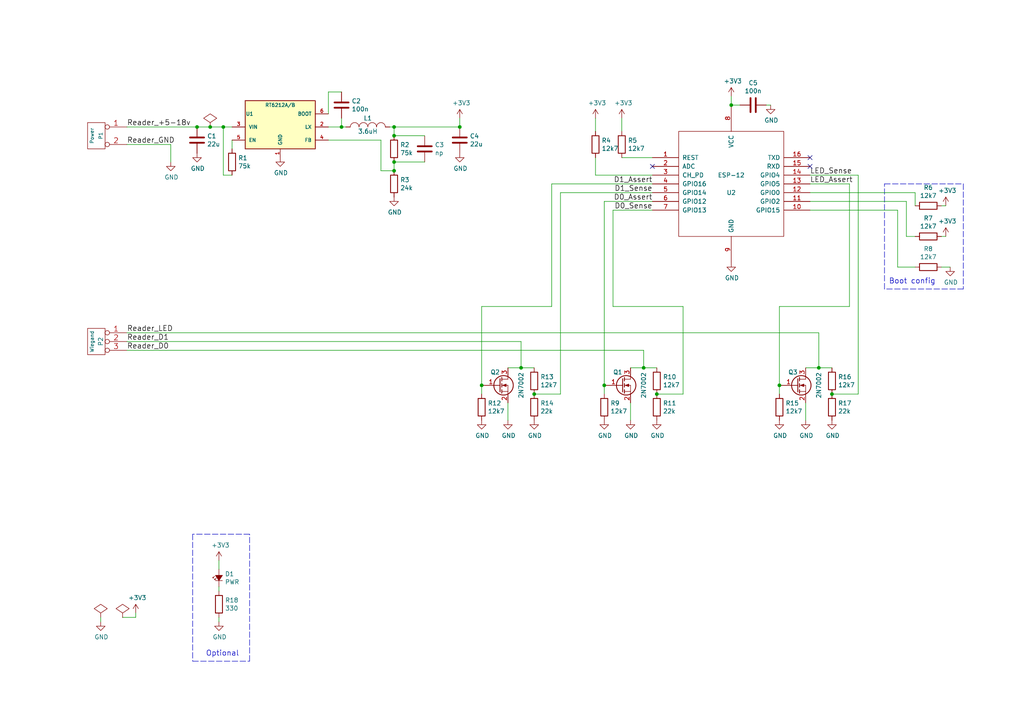
<source format=kicad_sch>
(kicad_sch (version 20250114) (generator "eeschema") (generator_version "9.0")
  (paper "A4")
  (lib_symbols
    (symbol "+3V3_1" (power) (pin_names (offset 0))
      (property "Value" "+3V3" (at 0 3.556 0))
      (symbol "+3V3_1_1_1"
        (pin power_in line (at 0 0 90) (length 0) (hide yes) (name "+3V3") (number "1"))
      )
    )
    (symbol "+3V3_10" (power) (pin_names (offset 0))
      (property "Value" "+3V3" (at 0 3.556 0))
      (symbol "+3V3_10_1_1"
        (pin power_in line (at 0 0 90) (length 0) (hide yes) (name "+3V3") (number "1"))
      )
    )
    (symbol "+3V3_11" (power) (pin_names (offset 0))
      (property "Value" "+3V3" (at 0 3.556 0))
      (symbol "+3V3_11_1_1"
        (pin power_in line (at 0 0 90) (length 0) (hide yes) (name "+3V3") (number "1"))
      )
    )
    (symbol "+3V3_12" (power) (pin_names (offset 0))
      (property "Value" "+3V3" (at 0 3.556 0))
      (symbol "+3V3_12_1_1"
        (pin power_in line (at 0 0 90) (length 0) (hide yes) (name "+3V3") (number "1"))
      )
    )
    (symbol "+3V3_13" (power) (pin_names (offset 0))
      (property "Value" "+3V3" (at 0 3.556 0))
      (symbol "+3V3_13_1_1"
        (pin power_in line (at 0 0 90) (length 0) (hide yes) (name "+3V3") (number "1"))
      )
    )
    (symbol "+3V3_14" (power) (pin_names (offset 0))
      (property "Value" "+3V3" (at 0 3.556 0))
      (symbol "+3V3_14_1_1"
        (pin power_in line (at 0 0 90) (length 0) (hide yes) (name "+3V3") (number "1"))
      )
    )
    (symbol "+3V3_15" (power) (pin_names (offset 0))
      (property "Value" "+3V3" (at 0 3.556 0))
      (symbol "+3V3_15_1_1"
        (pin power_in line (at 0 0 90) (length 0) (hide yes) (name "+3V3") (number "1"))
      )
    )
    (symbol "+3V3_16" (power) (pin_names (offset 0))
      (property "Value" "+3V3" (at 0 3.556 0))
      (symbol "+3V3_16_1_1"
        (pin power_in line (at 0 0 90) (length 0) (hide yes) (name "+3V3") (number "1"))
      )
    )
    (symbol "+3V3_2" (power) (pin_names (offset 0))
      (property "Value" "+3V3" (at 0 3.556 0))
      (symbol "+3V3_2_1_1"
        (pin power_in line (at 0 0 90) (length 0) (hide yes) (name "+3V3") (number "1"))
      )
    )
    (symbol "+3V3_3" (power) (pin_names (offset 0))
      (property "Value" "+3V3" (at 0 3.556 0))
      (symbol "+3V3_3_1_1"
        (pin power_in line (at 0 0 90) (length 0) (hide yes) (name "+3V3") (number "1"))
      )
    )
    (symbol "+3V3_4" (power) (pin_names (offset 0))
      (property "Value" "+3V3" (at 0 3.556 0))
      (symbol "+3V3_4_1_1"
        (pin power_in line (at 0 0 90) (length 0) (hide yes) (name "+3V3") (number "1"))
      )
    )
    (symbol "+3V3_5" (power) (pin_names (offset 0))
      (property "Value" "+3V3" (at 0 3.556 0))
      (symbol "+3V3_5_1_1"
        (pin power_in line (at 0 0 90) (length 0) (hide yes) (name "+3V3") (number "1"))
      )
    )
    (symbol "+3V3_6" (power) (pin_names (offset 0))
      (property "Value" "+3V3" (at 0 3.556 0))
      (symbol "+3V3_6_1_1"
        (pin power_in line (at 0 0 90) (length 0) (hide yes) (name "+3V3") (number "1"))
      )
    )
    (symbol "+3V3_7" (power) (pin_names (offset 0))
      (property "Value" "+3V3" (at 0 3.556 0))
      (symbol "+3V3_7_1_1"
        (pin power_in line (at 0 0 90) (length 0) (hide yes) (name "+3V3") (number "1"))
      )
    )
    (symbol "+3V3_8" (power) (pin_names (offset 0))
      (property "Value" "+3V3" (at 0 3.556 0))
      (symbol "+3V3_8_1_1"
        (pin power_in line (at 0 0 90) (length 0) (hide yes) (name "+3V3") (number "1"))
      )
    )
    (symbol "+3V3_9" (power) (pin_names (offset 0))
      (property "Value" "+3V3" (at 0 3.556 0))
      (symbol "+3V3_9_1_1"
        (pin power_in line (at 0 0 90) (length 0) (hide yes) (name "+3V3") (number "1"))
      )
    )
    (symbol "CONN_2_1" (pin_names (offset 1.016) (hide yes))
      (property "Reference" "P" (at -1.27 0 90))
      (property "Value" "CONN_2" (at 1.27 0 90))
      (symbol "CONN_2_1_1_1"
        (pin passive inverted (at -8.89 2.54 0) (length 6.35) (name "P1") (number "1"))
        (pin passive inverted (at -8.89 -2.54 0) (length 6.35) (name "PM") (number "2"))
      )
    )
    (symbol "CONN_2_2" (pin_names (offset 1.016) (hide yes))
      (property "Reference" "P" (at -1.27 0 90))
      (property "Value" "CONN_2" (at 1.27 0 90))
      (symbol "CONN_2_2_1_1"
        (pin passive inverted (at -8.89 2.54 0) (length 6.35) (name "P1") (number "1"))
        (pin passive inverted (at -8.89 -2.54 0) (length 6.35) (name "PM") (number "2"))
      )
    )
    (symbol "CONN_3_1" (pin_names (offset 1.016) (hide yes))
      (property "Reference" "K" (at -1.27 0 90))
      (property "Value" "CONN_3" (at 1.27 0 90))
      (symbol "CONN_3_1_1_1"
        (pin passive inverted (at -8.89 2.54 0) (length 6.35) (name "P1") (number "1"))
        (pin passive inverted (at -8.89 0 0) (length 6.35) (name "PM") (number "2"))
        (pin passive inverted (at -8.89 -2.54 0) (length 6.35) (name "P3") (number "3"))
      )
    )
    (symbol "CONN_3_2" (pin_names (offset 1.016) (hide yes))
      (property "Reference" "K" (at -1.27 0 90))
      (property "Value" "CONN_3" (at 1.27 0 90))
      (symbol "CONN_3_2_1_1"
        (pin passive inverted (at -8.89 2.54 0) (length 6.35) (name "P1") (number "1"))
        (pin passive inverted (at -8.89 0 0) (length 6.35) (name "PM") (number "2"))
        (pin passive inverted (at -8.89 -2.54 0) (length 6.35) (name "P3") (number "3"))
      )
    )
    (symbol "C_1" (pin_numbers (hide yes)) (pin_names (offset 0.254))
      (property "Reference" "C" (at 0.635 2.54 0))
      (property "Value" "C" (at 0.635 -2.54 0))
      (symbol "C_1_1_1"
        (pin passive line (at 0 3.81 270) (length 2.794) (name "~") (number "1"))
        (pin passive line (at 0 -3.81 90) (length 2.794) (name "~") (number "2"))
      )
    )
    (symbol "C_10" (pin_numbers (hide yes)) (pin_names (offset 0.254))
      (property "Reference" "C" (at 0.635 2.54 0))
      (property "Value" "C" (at 0.635 -2.54 0))
      (symbol "C_10_1_1"
        (pin passive line (at 0 3.81 270) (length 2.794) (name "~") (number "1"))
        (pin passive line (at 0 -3.81 90) (length 2.794) (name "~") (number "2"))
      )
    )
    (symbol "C_2" (pin_numbers (hide yes)) (pin_names (offset 0.254))
      (property "Reference" "C" (at 0.635 2.54 0))
      (property "Value" "C" (at 0.635 -2.54 0))
      (symbol "C_2_1_1"
        (pin passive line (at 0 3.81 270) (length 2.794) (name "~") (number "1"))
        (pin passive line (at 0 -3.81 90) (length 2.794) (name "~") (number "2"))
      )
    )
    (symbol "C_3" (pin_numbers (hide yes)) (pin_names (offset 0.254))
      (property "Reference" "C" (at 0.635 2.54 0))
      (property "Value" "C" (at 0.635 -2.54 0))
      (symbol "C_3_1_1"
        (pin passive line (at 0 3.81 270) (length 2.794) (name "~") (number "1"))
        (pin passive line (at 0 -3.81 90) (length 2.794) (name "~") (number "2"))
      )
    )
    (symbol "C_4" (pin_numbers (hide yes)) (pin_names (offset 0.254))
      (property "Reference" "C" (at 0.635 2.54 0))
      (property "Value" "C" (at 0.635 -2.54 0))
      (symbol "C_4_1_1"
        (pin passive line (at 0 3.81 270) (length 2.794) (name "~") (number "1"))
        (pin passive line (at 0 -3.81 90) (length 2.794) (name "~") (number "2"))
      )
    )
    (symbol "C_5" (pin_numbers (hide yes)) (pin_names (offset 0.254))
      (property "Reference" "C" (at 0.635 2.54 0))
      (property "Value" "C" (at 0.635 -2.54 0))
      (symbol "C_5_1_1"
        (pin passive line (at 0 3.81 270) (length 2.794) (name "~") (number "1"))
        (pin passive line (at 0 -3.81 90) (length 2.794) (name "~") (number "2"))
      )
    )
    (symbol "C_6" (pin_numbers (hide yes)) (pin_names (offset 0.254))
      (property "Reference" "C" (at 0.635 2.54 0))
      (property "Value" "C" (at 0.635 -2.54 0))
      (symbol "C_6_1_1"
        (pin passive line (at 0 3.81 270) (length 2.794) (name "~") (number "1"))
        (pin passive line (at 0 -3.81 90) (length 2.794) (name "~") (number "2"))
      )
    )
    (symbol "C_7" (pin_numbers (hide yes)) (pin_names (offset 0.254))
      (property "Reference" "C" (at 0.635 2.54 0))
      (property "Value" "C" (at 0.635 -2.54 0))
      (symbol "C_7_1_1"
        (pin passive line (at 0 3.81 270) (length 2.794) (name "~") (number "1"))
        (pin passive line (at 0 -3.81 90) (length 2.794) (name "~") (number "2"))
      )
    )
    (symbol "C_8" (pin_numbers (hide yes)) (pin_names (offset 0.254))
      (property "Reference" "C" (at 0.635 2.54 0))
      (property "Value" "C" (at 0.635 -2.54 0))
      (symbol "C_8_1_1"
        (pin passive line (at 0 3.81 270) (length 2.794) (name "~") (number "1"))
        (pin passive line (at 0 -3.81 90) (length 2.794) (name "~") (number "2"))
      )
    )
    (symbol "C_9" (pin_numbers (hide yes)) (pin_names (offset 0.254))
      (property "Reference" "C" (at 0.635 2.54 0))
      (property "Value" "C" (at 0.635 -2.54 0))
      (symbol "C_9_1_1"
        (pin passive line (at 0 3.81 270) (length 2.794) (name "~") (number "1"))
        (pin passive line (at 0 -3.81 90) (length 2.794) (name "~") (number "2"))
      )
    )
    (symbol "ESP-12_1" (pin_names (offset 1.016))
      (property "Reference" "U" (at 0 -2.54 0))
      (property "Value" "ESP-12" (at 0 2.54 0))
      (symbol "ESP-12_1_1_1"
        (pin input line (at -22.86 7.62 0) (length 7.62) (name "REST") (number "1"))
        (pin passive line (at -22.86 5.08 0) (length 7.62) (name "ADC") (number "2"))
        (pin input line (at -22.86 2.54 0) (length 7.62) (name "CH_PD") (number "3"))
        (pin bidirectional line (at -22.86 0 0) (length 7.62) (name "GPIO16") (number "4"))
        (pin bidirectional line (at -22.86 -2.54 0) (length 7.62) (name "GPIO14") (number "5"))
        (pin bidirectional line (at -22.86 -5.08 0) (length 7.62) (name "GPIO12") (number "6"))
        (pin bidirectional line (at -22.86 -7.62 0) (length 7.62) (name "GPIO13") (number "7"))
        (pin power_in line (at 0 22.86 270) (length 7.62) (name "VCC") (number "8"))
        (pin power_in line (at 0 -22.86 90) (length 7.62) (name "GND") (number "9"))
        (pin output line (at 22.86 7.62 180) (length 7.62) (name "TXD") (number "16"))
        (pin input line (at 22.86 5.08 180) (length 7.62) (name "RXD") (number "15"))
        (pin bidirectional line (at 22.86 2.54 180) (length 7.62) (name "GPIO4") (number "14"))
        (pin bidirectional line (at 22.86 0 180) (length 7.62) (name "GPIO5") (number "13"))
        (pin bidirectional line (at 22.86 -2.54 180) (length 7.62) (name "GPIO0") (number "12"))
        (pin bidirectional line (at 22.86 -5.08 180) (length 7.62) (name "GPIO2") (number "11"))
        (pin bidirectional line (at 22.86 -7.62 180) (length 7.62) (name "GPIO15") (number "10"))
      )
    )
    (symbol "ESP-12_2" (pin_names (offset 1.016))
      (property "Reference" "U" (at 0 -2.54 0))
      (property "Value" "ESP-12" (at 0 2.54 0))
      (symbol "ESP-12_2_1_1"
        (pin input line (at -22.86 7.62 0) (length 7.62) (name "REST") (number "1"))
        (pin passive line (at -22.86 5.08 0) (length 7.62) (name "ADC") (number "2"))
        (pin input line (at -22.86 2.54 0) (length 7.62) (name "CH_PD") (number "3"))
        (pin bidirectional line (at -22.86 0 0) (length 7.62) (name "GPIO16") (number "4"))
        (pin bidirectional line (at -22.86 -2.54 0) (length 7.62) (name "GPIO14") (number "5"))
        (pin bidirectional line (at -22.86 -5.08 0) (length 7.62) (name "GPIO12") (number "6"))
        (pin bidirectional line (at -22.86 -7.62 0) (length 7.62) (name "GPIO13") (number "7"))
        (pin power_in line (at 0 22.86 270) (length 7.62) (name "VCC") (number "8"))
        (pin power_in line (at 0 -22.86 90) (length 7.62) (name "GND") (number "9"))
        (pin output line (at 22.86 7.62 180) (length 7.62) (name "TXD") (number "16"))
        (pin input line (at 22.86 5.08 180) (length 7.62) (name "RXD") (number "15"))
        (pin bidirectional line (at 22.86 2.54 180) (length 7.62) (name "GPIO4") (number "14"))
        (pin bidirectional line (at 22.86 0 180) (length 7.62) (name "GPIO5") (number "13"))
        (pin bidirectional line (at 22.86 -2.54 180) (length 7.62) (name "GPIO0") (number "12"))
        (pin bidirectional line (at 22.86 -5.08 180) (length 7.62) (name "GPIO2") (number "11"))
        (pin bidirectional line (at 22.86 -7.62 180) (length 7.62) (name "GPIO15") (number "10"))
      )
    )
    (symbol "GND_1" (power) (pin_names (offset 0))
      (property "Value" "GND" (at 0 -3.81 0))
      (symbol "GND_1_1_1"
        (pin power_in line (at 0 0 270) (length 0) (hide yes) (name "GND") (number "1"))
      )
    )
    (symbol "GND_10" (power) (pin_names (offset 0))
      (property "Value" "GND" (at 0 -3.81 0))
      (symbol "GND_10_1_1"
        (pin power_in line (at 0 0 270) (length 0) (hide yes) (name "GND") (number "1"))
      )
    )
    (symbol "GND_11" (power) (pin_names (offset 0))
      (property "Value" "GND" (at 0 -3.81 0))
      (symbol "GND_11_1_1"
        (pin power_in line (at 0 0 270) (length 0) (hide yes) (name "GND") (number "1"))
      )
    )
    (symbol "GND_12" (power) (pin_names (offset 0))
      (property "Value" "GND" (at 0 -3.81 0))
      (symbol "GND_12_1_1"
        (pin power_in line (at 0 0 270) (length 0) (hide yes) (name "GND") (number "1"))
      )
    )
    (symbol "GND_13" (power) (pin_names (offset 0))
      (property "Value" "GND" (at 0 -3.81 0))
      (symbol "GND_13_1_1"
        (pin power_in line (at 0 0 270) (length 0) (hide yes) (name "GND") (number "1"))
      )
    )
    (symbol "GND_14" (power) (pin_names (offset 0))
      (property "Value" "GND" (at 0 -3.81 0))
      (symbol "GND_14_1_1"
        (pin power_in line (at 0 0 270) (length 0) (hide yes) (name "GND") (number "1"))
      )
    )
    (symbol "GND_15" (power) (pin_names (offset 0))
      (property "Value" "GND" (at 0 -3.81 0))
      (symbol "GND_15_1_1"
        (pin power_in line (at 0 0 270) (length 0) (hide yes) (name "GND") (number "1"))
      )
    )
    (symbol "GND_16" (power) (pin_names (offset 0))
      (property "Value" "GND" (at 0 -3.81 0))
      (symbol "GND_16_1_1"
        (pin power_in line (at 0 0 270) (length 0) (hide yes) (name "GND") (number "1"))
      )
    )
    (symbol "GND_17" (power) (pin_names (offset 0))
      (property "Value" "GND" (at 0 -3.81 0))
      (symbol "GND_17_1_1"
        (pin power_in line (at 0 0 270) (length 0) (hide yes) (name "GND") (number "1"))
      )
    )
    (symbol "GND_18" (power) (pin_names (offset 0))
      (property "Value" "GND" (at 0 -3.81 0))
      (symbol "GND_18_1_1"
        (pin power_in line (at 0 0 270) (length 0) (hide yes) (name "GND") (number "1"))
      )
    )
    (symbol "GND_19" (power) (pin_names (offset 0))
      (property "Value" "GND" (at 0 -3.81 0))
      (symbol "GND_19_1_1"
        (pin power_in line (at 0 0 270) (length 0) (hide yes) (name "GND") (number "1"))
      )
    )
    (symbol "GND_2" (power) (pin_names (offset 0))
      (property "Value" "GND" (at 0 -3.81 0))
      (symbol "GND_2_1_1"
        (pin power_in line (at 0 0 270) (length 0) (hide yes) (name "GND") (number "1"))
      )
    )
    (symbol "GND_20" (power) (pin_names (offset 0))
      (property "Value" "GND" (at 0 -3.81 0))
      (symbol "GND_20_1_1"
        (pin power_in line (at 0 0 270) (length 0) (hide yes) (name "GND") (number "1"))
      )
    )
    (symbol "GND_21" (power) (pin_names (offset 0))
      (property "Value" "GND" (at 0 -3.81 0))
      (symbol "GND_21_1_1"
        (pin power_in line (at 0 0 270) (length 0) (hide yes) (name "GND") (number "1"))
      )
    )
    (symbol "GND_22" (power) (pin_names (offset 0))
      (property "Value" "GND" (at 0 -3.81 0))
      (symbol "GND_22_1_1"
        (pin power_in line (at 0 0 270) (length 0) (hide yes) (name "GND") (number "1"))
      )
    )
    (symbol "GND_23" (power) (pin_names (offset 0))
      (property "Value" "GND" (at 0 -3.81 0))
      (symbol "GND_23_1_1"
        (pin power_in line (at 0 0 270) (length 0) (hide yes) (name "GND") (number "1"))
      )
    )
    (symbol "GND_24" (power) (pin_names (offset 0))
      (property "Value" "GND" (at 0 -3.81 0))
      (symbol "GND_24_1_1"
        (pin power_in line (at 0 0 270) (length 0) (hide yes) (name "GND") (number "1"))
      )
    )
    (symbol "GND_25" (power) (pin_names (offset 0))
      (property "Value" "GND" (at 0 -3.81 0))
      (symbol "GND_25_1_1"
        (pin power_in line (at 0 0 270) (length 0) (hide yes) (name "GND") (number "1"))
      )
    )
    (symbol "GND_26" (power) (pin_names (offset 0))
      (property "Value" "GND" (at 0 -3.81 0))
      (symbol "GND_26_1_1"
        (pin power_in line (at 0 0 270) (length 0) (hide yes) (name "GND") (number "1"))
      )
    )
    (symbol "GND_27" (power) (pin_names (offset 0))
      (property "Value" "GND" (at 0 -3.81 0))
      (symbol "GND_27_1_1"
        (pin power_in line (at 0 0 270) (length 0) (hide yes) (name "GND") (number "1"))
      )
    )
    (symbol "GND_28" (power) (pin_names (offset 0))
      (property "Value" "GND" (at 0 -3.81 0))
      (symbol "GND_28_1_1"
        (pin power_in line (at 0 0 270) (length 0) (hide yes) (name "GND") (number "1"))
      )
    )
    (symbol "GND_29" (power) (pin_names (offset 0))
      (property "Value" "GND" (at 0 -3.81 0))
      (symbol "GND_29_1_1"
        (pin power_in line (at 0 0 270) (length 0) (hide yes) (name "GND") (number "1"))
      )
    )
    (symbol "GND_3" (power) (pin_names (offset 0))
      (property "Value" "GND" (at 0 -3.81 0))
      (symbol "GND_3_1_1"
        (pin power_in line (at 0 0 270) (length 0) (hide yes) (name "GND") (number "1"))
      )
    )
    (symbol "GND_30" (power) (pin_names (offset 0))
      (property "Value" "GND" (at 0 -3.81 0))
      (symbol "GND_30_1_1"
        (pin power_in line (at 0 0 270) (length 0) (hide yes) (name "GND") (number "1"))
      )
    )
    (symbol "GND_31" (power) (pin_names (offset 0))
      (property "Value" "GND" (at 0 -3.81 0))
      (symbol "GND_31_1_1"
        (pin power_in line (at 0 0 270) (length 0) (hide yes) (name "GND") (number "1"))
      )
    )
    (symbol "GND_32" (power) (pin_names (offset 0))
      (property "Value" "GND" (at 0 -3.81 0))
      (symbol "GND_32_1_1"
        (pin power_in line (at 0 0 270) (length 0) (hide yes) (name "GND") (number "1"))
      )
    )
    (symbol "GND_33" (power) (pin_names (offset 0))
      (property "Value" "GND" (at 0 -3.81 0))
      (symbol "GND_33_1_1"
        (pin power_in line (at 0 0 270) (length 0) (hide yes) (name "GND") (number "1"))
      )
    )
    (symbol "GND_34" (power) (pin_names (offset 0))
      (property "Value" "GND" (at 0 -3.81 0))
      (symbol "GND_34_1_1"
        (pin power_in line (at 0 0 270) (length 0) (hide yes) (name "GND") (number "1"))
      )
    )
    (symbol "GND_35" (power) (pin_names (offset 0))
      (property "Value" "GND" (at 0 -3.81 0))
      (symbol "GND_35_1_1"
        (pin power_in line (at 0 0 270) (length 0) (hide yes) (name "GND") (number "1"))
      )
    )
    (symbol "GND_36" (power) (pin_names (offset 0))
      (property "Value" "GND" (at 0 -3.81 0))
      (symbol "GND_36_1_1"
        (pin power_in line (at 0 0 270) (length 0) (hide yes) (name "GND") (number "1"))
      )
    )
    (symbol "GND_37" (power) (pin_names (offset 0))
      (property "Value" "GND" (at 0 -3.81 0))
      (symbol "GND_37_1_1"
        (pin power_in line (at 0 0 270) (length 0) (hide yes) (name "GND") (number "1"))
      )
    )
    (symbol "GND_38" (power) (pin_names (offset 0))
      (property "Value" "GND" (at 0 -3.81 0))
      (symbol "GND_38_1_1"
        (pin power_in line (at 0 0 270) (length 0) (hide yes) (name "GND") (number "1"))
      )
    )
    (symbol "GND_4" (power) (pin_names (offset 0))
      (property "Value" "GND" (at 0 -3.81 0))
      (symbol "GND_4_1_1"
        (pin power_in line (at 0 0 270) (length 0) (hide yes) (name "GND") (number "1"))
      )
    )
    (symbol "GND_5" (power) (pin_names (offset 0))
      (property "Value" "GND" (at 0 -3.81 0))
      (symbol "GND_5_1_1"
        (pin power_in line (at 0 0 270) (length 0) (hide yes) (name "GND") (number "1"))
      )
    )
    (symbol "GND_6" (power) (pin_names (offset 0))
      (property "Value" "GND" (at 0 -3.81 0))
      (symbol "GND_6_1_1"
        (pin power_in line (at 0 0 270) (length 0) (hide yes) (name "GND") (number "1"))
      )
    )
    (symbol "GND_7" (power) (pin_names (offset 0))
      (property "Value" "GND" (at 0 -3.81 0))
      (symbol "GND_7_1_1"
        (pin power_in line (at 0 0 270) (length 0) (hide yes) (name "GND") (number "1"))
      )
    )
    (symbol "GND_8" (power) (pin_names (offset 0))
      (property "Value" "GND" (at 0 -3.81 0))
      (symbol "GND_8_1_1"
        (pin power_in line (at 0 0 270) (length 0) (hide yes) (name "GND") (number "1"))
      )
    )
    (symbol "GND_9" (power) (pin_names (offset 0))
      (property "Value" "GND" (at 0 -3.81 0))
      (symbol "GND_9_1_1"
        (pin power_in line (at 0 0 270) (length 0) (hide yes) (name "GND") (number "1"))
      )
    )
    (symbol "INDUCTOR_SMALL_1" (pin_numbers (hide yes)) (pin_names (offset 0) (hide yes))
      (property "Reference" "L" (at 0 2.54 0))
      (property "Value" "INDUCTOR_SMALL" (at 0 -1.27 0))
      (symbol "INDUCTOR_SMALL_1_1_1"
        (pin input line (at -6.35 0 0) (length 1.27) (name "1") (number "1"))
        (pin input line (at 6.35 0 180) (length 1.27) (name "2") (number "2"))
      )
    )
    (symbol "INDUCTOR_SMALL_2" (pin_numbers (hide yes)) (pin_names (offset 0) (hide yes))
      (property "Reference" "L" (at 0 2.54 0))
      (property "Value" "INDUCTOR_SMALL" (at 0 -1.27 0))
      (symbol "INDUCTOR_SMALL_2_1_1"
        (pin input line (at -6.35 0 0) (length 1.27) (name "1") (number "1"))
        (pin input line (at 6.35 0 180) (length 1.27) (name "2") (number "2"))
      )
    )
    (symbol "Led_Small_1" (pin_numbers (hide yes)) (pin_names (offset 0.254) (hide yes))
      (property "Reference" "D" (at -1.27 3.175 0))
      (property "Value" "Led_Small" (at -4.445 -2.54 0))
      (symbol "Led_Small_1_1_1"
        (pin passive line (at -2.54 0 0) (length 1.778) (name "K") (number "1"))
        (pin passive line (at 2.54 0 180) (length 1.778) (name "A") (number "2"))
      )
    )
    (symbol "Led_Small_2" (pin_numbers (hide yes)) (pin_names (offset 0.254) (hide yes))
      (property "Reference" "D" (at -1.27 3.175 0))
      (property "Value" "Led_Small" (at -4.445 -2.54 0))
      (symbol "Led_Small_2_1_1"
        (pin passive line (at -2.54 0 0) (length 1.778) (name "K") (number "1"))
        (pin passive line (at 2.54 0 180) (length 1.778) (name "A") (number "2"))
      )
    )
    (symbol "PWR_FLAG_1" (power) (pin_numbers (hide yes)) (pin_names (offset 0) (hide yes))
      (property "Value" "PWR_FLAG" (at 0 4.572 0))
      (symbol "PWR_FLAG_1_0_0"
        (pin power_out line (at 0 0 90) (length 0) (name "pwr") (number "1"))
      )
    )
    (symbol "PWR_FLAG_2" (power) (pin_numbers (hide yes)) (pin_names (offset 0) (hide yes))
      (property "Value" "PWR_FLAG" (at 0 4.572 0))
      (symbol "PWR_FLAG_2_0_0"
        (pin power_out line (at 0 0 90) (length 0) (name "pwr") (number "1"))
      )
    )
    (symbol "PWR_FLAG_3" (power) (pin_numbers (hide yes)) (pin_names (offset 0) (hide yes))
      (property "Value" "PWR_FLAG" (at 0 4.572 0))
      (symbol "PWR_FLAG_3_0_0"
        (pin power_out line (at 0 0 90) (length 0) (name "pwr") (number "1"))
      )
    )
    (symbol "PWR_FLAG_4" (power) (pin_numbers (hide yes)) (pin_names (offset 0) (hide yes))
      (property "Value" "PWR_FLAG" (at 0 4.572 0))
      (symbol "PWR_FLAG_4_0_0"
        (pin power_out line (at 0 0 90) (length 0) (name "pwr") (number "1"))
      )
    )
    (symbol "PWR_FLAG_5" (power) (pin_numbers (hide yes)) (pin_names (offset 0) (hide yes))
      (property "Value" "PWR_FLAG" (at 0 4.572 0))
      (symbol "PWR_FLAG_5_0_0"
        (pin power_out line (at 0 0 90) (length 0) (name "pwr") (number "1"))
      )
    )
    (symbol "PWR_FLAG_6" (power) (pin_numbers (hide yes)) (pin_names (offset 0) (hide yes))
      (property "Value" "PWR_FLAG" (at 0 4.572 0))
      (symbol "PWR_FLAG_6_0_0"
        (pin power_out line (at 0 0 90) (length 0) (name "pwr") (number "1"))
      )
    )
    (symbol "Q_NMOS_GSD_1" (pin_names (offset 0) (hide yes))
      (property "Reference" "Q" (at 7.62 1.27 0))
      (property "Value" "Q_NMOS_GSD" (at 16.51 -1.27 0))
      (symbol "Q_NMOS_GSD_1_1_1"
        (pin input line (at -5.08 0 0) (length 5.334) (name "G") (number "1"))
        (pin passive line (at 2.54 5.08 270) (length 2.54) (name "D") (number "3"))
        (pin passive line (at 2.54 -5.08 90) (length 2.54) (name "S") (number "2"))
      )
    )
    (symbol "Q_NMOS_GSD_2" (pin_names (offset 0) (hide yes))
      (property "Reference" "Q" (at 7.62 1.27 0))
      (property "Value" "Q_NMOS_GSD" (at 16.51 -1.27 0))
      (symbol "Q_NMOS_GSD_2_1_1"
        (pin input line (at -5.08 0 0) (length 5.334) (name "G") (number "1"))
        (pin passive line (at 2.54 5.08 270) (length 2.54) (name "D") (number "3"))
        (pin passive line (at 2.54 -5.08 90) (length 2.54) (name "S") (number "2"))
      )
    )
    (symbol "Q_NMOS_GSD_3" (pin_names (offset 0) (hide yes))
      (property "Reference" "Q" (at 7.62 1.27 0))
      (property "Value" "Q_NMOS_GSD" (at 16.51 -1.27 0))
      (symbol "Q_NMOS_GSD_3_1_1"
        (pin input line (at -5.08 0 0) (length 5.334) (name "G") (number "1"))
        (pin passive line (at 2.54 5.08 270) (length 2.54) (name "D") (number "3"))
        (pin passive line (at 2.54 -5.08 90) (length 2.54) (name "S") (number "2"))
      )
    )
    (symbol "Q_NMOS_GSD_4" (pin_names (offset 0) (hide yes))
      (property "Reference" "Q" (at 7.62 1.27 0))
      (property "Value" "Q_NMOS_GSD" (at 16.51 -1.27 0))
      (symbol "Q_NMOS_GSD_4_1_1"
        (pin input line (at -5.08 0 0) (length 5.334) (name "G") (number "1"))
        (pin passive line (at 2.54 5.08 270) (length 2.54) (name "D") (number "3"))
        (pin passive line (at 2.54 -5.08 90) (length 2.54) (name "S") (number "2"))
      )
    )
    (symbol "Q_NMOS_GSD_5" (pin_names (offset 0) (hide yes))
      (property "Reference" "Q" (at 7.62 1.27 0))
      (property "Value" "Q_NMOS_GSD" (at 16.51 -1.27 0))
      (symbol "Q_NMOS_GSD_5_1_1"
        (pin input line (at -5.08 0 0) (length 5.334) (name "G") (number "1"))
        (pin passive line (at 2.54 5.08 270) (length 2.54) (name "D") (number "3"))
        (pin passive line (at 2.54 -5.08 90) (length 2.54) (name "S") (number "2"))
      )
    )
    (symbol "Q_NMOS_GSD_6" (pin_names (offset 0) (hide yes))
      (property "Reference" "Q" (at 7.62 1.27 0))
      (property "Value" "Q_NMOS_GSD" (at 16.51 -1.27 0))
      (symbol "Q_NMOS_GSD_6_1_1"
        (pin input line (at -5.08 0 0) (length 5.334) (name "G") (number "1"))
        (pin passive line (at 2.54 5.08 270) (length 2.54) (name "D") (number "3"))
        (pin passive line (at 2.54 -5.08 90) (length 2.54) (name "S") (number "2"))
      )
    )
    (symbol "RT6212A/B_1" (pin_names (offset 1.016))
      (property "Reference" "U" (at -8.89 5.08 0))
      (property "Value" "RT6212A/B" (at 0 7.62 0))
      (property "Footprint" "TSOT-23-6" (at 0 2.54 0))
      (symbol "RT6212A/B_1_1_1"
        (pin power_in line (at -13.97 1.27 0) (length 3.81) (name "VIN") (number "3"))
        (pin input line (at -13.97 -2.54 0) (length 3.81) (name "EN") (number "5"))
        (pin power_in line (at 0 -7.62 90) (length 2.54) (name "GND") (number "1"))
        (pin input line (at 13.97 5.08 180) (length 3.81) (name "BOOT") (number "6"))
        (pin power_out line (at 13.97 1.27 180) (length 3.81) (name "LX") (number "2"))
        (pin input line (at 13.97 -2.54 180) (length 3.81) (name "FB") (number "4"))
      )
    )
    (symbol "RT6212A/B_2" (pin_names (offset 1.016))
      (property "Reference" "U" (at -8.89 5.08 0))
      (property "Value" "RT6212A/B" (at 0 7.62 0))
      (property "Footprint" "TSOT-23-6" (at 0 2.54 0))
      (symbol "RT6212A/B_2_1_1"
        (pin power_in line (at -13.97 1.27 0) (length 3.81) (name "VIN") (number "3"))
        (pin input line (at -13.97 -2.54 0) (length 3.81) (name "EN") (number "5"))
        (pin power_in line (at 0 -7.62 90) (length 2.54) (name "GND") (number "1"))
        (pin input line (at 13.97 5.08 180) (length 3.81) (name "BOOT") (number "6"))
        (pin power_out line (at 13.97 1.27 180) (length 3.81) (name "LX") (number "2"))
        (pin input line (at 13.97 -2.54 180) (length 3.81) (name "FB") (number "4"))
      )
    )
    (symbol "R_1" (pin_numbers (hide yes)) (pin_names (offset 0))
      (property "Reference" "R" (at 2.032 0 90))
      (property "Value" "R" (at 0 0 90))
      (symbol "R_1_1_1"
        (pin passive line (at 0 3.81 270) (length 1.27) (name "~") (number "1"))
        (pin passive line (at 0 -3.81 90) (length 1.27) (name "~") (number "2"))
      )
    )
    (symbol "R_10" (pin_numbers (hide yes)) (pin_names (offset 0))
      (property "Reference" "R" (at 2.032 0 90))
      (property "Value" "R" (at 0 0 90))
      (symbol "R_10_1_1"
        (pin passive line (at 0 3.81 270) (length 1.27) (name "~") (number "1"))
        (pin passive line (at 0 -3.81 90) (length 1.27) (name "~") (number "2"))
      )
    )
    (symbol "R_11" (pin_numbers (hide yes)) (pin_names (offset 0))
      (property "Reference" "R" (at 2.032 0 90))
      (property "Value" "R" (at 0 0 90))
      (symbol "R_11_1_1"
        (pin passive line (at 0 3.81 270) (length 1.27) (name "~") (number "1"))
        (pin passive line (at 0 -3.81 90) (length 1.27) (name "~") (number "2"))
      )
    )
    (symbol "R_12" (pin_numbers (hide yes)) (pin_names (offset 0))
      (property "Reference" "R" (at 2.032 0 90))
      (property "Value" "R" (at 0 0 90))
      (symbol "R_12_1_1"
        (pin passive line (at 0 3.81 270) (length 1.27) (name "~") (number "1"))
        (pin passive line (at 0 -3.81 90) (length 1.27) (name "~") (number "2"))
      )
    )
    (symbol "R_13" (pin_numbers (hide yes)) (pin_names (offset 0))
      (property "Reference" "R" (at 2.032 0 90))
      (property "Value" "R" (at 0 0 90))
      (symbol "R_13_1_1"
        (pin passive line (at 0 3.81 270) (length 1.27) (name "~") (number "1"))
        (pin passive line (at 0 -3.81 90) (length 1.27) (name "~") (number "2"))
      )
    )
    (symbol "R_14" (pin_numbers (hide yes)) (pin_names (offset 0))
      (property "Reference" "R" (at 2.032 0 90))
      (property "Value" "R" (at 0 0 90))
      (symbol "R_14_1_1"
        (pin passive line (at 0 3.81 270) (length 1.27) (name "~") (number "1"))
        (pin passive line (at 0 -3.81 90) (length 1.27) (name "~") (number "2"))
      )
    )
    (symbol "R_15" (pin_numbers (hide yes)) (pin_names (offset 0))
      (property "Reference" "R" (at 2.032 0 90))
      (property "Value" "R" (at 0 0 90))
      (symbol "R_15_1_1"
        (pin passive line (at 0 3.81 270) (length 1.27) (name "~") (number "1"))
        (pin passive line (at 0 -3.81 90) (length 1.27) (name "~") (number "2"))
      )
    )
    (symbol "R_16" (pin_numbers (hide yes)) (pin_names (offset 0))
      (property "Reference" "R" (at 2.032 0 90))
      (property "Value" "R" (at 0 0 90))
      (symbol "R_16_1_1"
        (pin passive line (at 0 3.81 270) (length 1.27) (name "~") (number "1"))
        (pin passive line (at 0 -3.81 90) (length 1.27) (name "~") (number "2"))
      )
    )
    (symbol "R_17" (pin_numbers (hide yes)) (pin_names (offset 0))
      (property "Reference" "R" (at 2.032 0 90))
      (property "Value" "R" (at 0 0 90))
      (symbol "R_17_1_1"
        (pin passive line (at 0 3.81 270) (length 1.27) (name "~") (number "1"))
        (pin passive line (at 0 -3.81 90) (length 1.27) (name "~") (number "2"))
      )
    )
    (symbol "R_18" (pin_numbers (hide yes)) (pin_names (offset 0))
      (property "Reference" "R" (at 2.032 0 90))
      (property "Value" "R" (at 0 0 90))
      (symbol "R_18_1_1"
        (pin passive line (at 0 3.81 270) (length 1.27) (name "~") (number "1"))
        (pin passive line (at 0 -3.81 90) (length 1.27) (name "~") (number "2"))
      )
    )
    (symbol "R_19" (pin_numbers (hide yes)) (pin_names (offset 0))
      (property "Reference" "R" (at 2.032 0 90))
      (property "Value" "R" (at 0 0 90))
      (symbol "R_19_1_1"
        (pin passive line (at 0 3.81 270) (length 1.27) (name "~") (number "1"))
        (pin passive line (at 0 -3.81 90) (length 1.27) (name "~") (number "2"))
      )
    )
    (symbol "R_2" (pin_numbers (hide yes)) (pin_names (offset 0))
      (property "Reference" "R" (at 2.032 0 90))
      (property "Value" "R" (at 0 0 90))
      (symbol "R_2_1_1"
        (pin passive line (at 0 3.81 270) (length 1.27) (name "~") (number "1"))
        (pin passive line (at 0 -3.81 90) (length 1.27) (name "~") (number "2"))
      )
    )
    (symbol "R_20" (pin_numbers (hide yes)) (pin_names (offset 0))
      (property "Reference" "R" (at 2.032 0 90))
      (property "Value" "R" (at 0 0 90))
      (symbol "R_20_1_1"
        (pin passive line (at 0 3.81 270) (length 1.27) (name "~") (number "1"))
        (pin passive line (at 0 -3.81 90) (length 1.27) (name "~") (number "2"))
      )
    )
    (symbol "R_21" (pin_numbers (hide yes)) (pin_names (offset 0))
      (property "Reference" "R" (at 2.032 0 90))
      (property "Value" "R" (at 0 0 90))
      (symbol "R_21_1_1"
        (pin passive line (at 0 3.81 270) (length 1.27) (name "~") (number "1"))
        (pin passive line (at 0 -3.81 90) (length 1.27) (name "~") (number "2"))
      )
    )
    (symbol "R_22" (pin_numbers (hide yes)) (pin_names (offset 0))
      (property "Reference" "R" (at 2.032 0 90))
      (property "Value" "R" (at 0 0 90))
      (symbol "R_22_1_1"
        (pin passive line (at 0 3.81 270) (length 1.27) (name "~") (number "1"))
        (pin passive line (at 0 -3.81 90) (length 1.27) (name "~") (number "2"))
      )
    )
    (symbol "R_23" (pin_numbers (hide yes)) (pin_names (offset 0))
      (property "Reference" "R" (at 2.032 0 90))
      (property "Value" "R" (at 0 0 90))
      (symbol "R_23_1_1"
        (pin passive line (at 0 3.81 270) (length 1.27) (name "~") (number "1"))
        (pin passive line (at 0 -3.81 90) (length 1.27) (name "~") (number "2"))
      )
    )
    (symbol "R_24" (pin_numbers (hide yes)) (pin_names (offset 0))
      (property "Reference" "R" (at 2.032 0 90))
      (property "Value" "R" (at 0 0 90))
      (symbol "R_24_1_1"
        (pin passive line (at 0 3.81 270) (length 1.27) (name "~") (number "1"))
        (pin passive line (at 0 -3.81 90) (length 1.27) (name "~") (number "2"))
      )
    )
    (symbol "R_25" (pin_numbers (hide yes)) (pin_names (offset 0))
      (property "Reference" "R" (at 2.032 0 90))
      (property "Value" "R" (at 0 0 90))
      (symbol "R_25_1_1"
        (pin passive line (at 0 3.81 270) (length 1.27) (name "~") (number "1"))
        (pin passive line (at 0 -3.81 90) (length 1.27) (name "~") (number "2"))
      )
    )
    (symbol "R_26" (pin_numbers (hide yes)) (pin_names (offset 0))
      (property "Reference" "R" (at 2.032 0 90))
      (property "Value" "R" (at 0 0 90))
      (symbol "R_26_1_1"
        (pin passive line (at 0 3.81 270) (length 1.27) (name "~") (number "1"))
        (pin passive line (at 0 -3.81 90) (length 1.27) (name "~") (number "2"))
      )
    )
    (symbol "R_27" (pin_numbers (hide yes)) (pin_names (offset 0))
      (property "Reference" "R" (at 2.032 0 90))
      (property "Value" "R" (at 0 0 90))
      (symbol "R_27_1_1"
        (pin passive line (at 0 3.81 270) (length 1.27) (name "~") (number "1"))
        (pin passive line (at 0 -3.81 90) (length 1.27) (name "~") (number "2"))
      )
    )
    (symbol "R_28" (pin_numbers (hide yes)) (pin_names (offset 0))
      (property "Reference" "R" (at 2.032 0 90))
      (property "Value" "R" (at 0 0 90))
      (symbol "R_28_1_1"
        (pin passive line (at 0 3.81 270) (length 1.27) (name "~") (number "1"))
        (pin passive line (at 0 -3.81 90) (length 1.27) (name "~") (number "2"))
      )
    )
    (symbol "R_29" (pin_numbers (hide yes)) (pin_names (offset 0))
      (property "Reference" "R" (at 2.032 0 90))
      (property "Value" "R" (at 0 0 90))
      (symbol "R_29_1_1"
        (pin passive line (at 0 3.81 270) (length 1.27) (name "~") (number "1"))
        (pin passive line (at 0 -3.81 90) (length 1.27) (name "~") (number "2"))
      )
    )
    (symbol "R_3" (pin_numbers (hide yes)) (pin_names (offset 0))
      (property "Reference" "R" (at 2.032 0 90))
      (property "Value" "R" (at 0 0 90))
      (symbol "R_3_1_1"
        (pin passive line (at 0 3.81 270) (length 1.27) (name "~") (number "1"))
        (pin passive line (at 0 -3.81 90) (length 1.27) (name "~") (number "2"))
      )
    )
    (symbol "R_30" (pin_numbers (hide yes)) (pin_names (offset 0))
      (property "Reference" "R" (at 2.032 0 90))
      (property "Value" "R" (at 0 0 90))
      (symbol "R_30_1_1"
        (pin passive line (at 0 3.81 270) (length 1.27) (name "~") (number "1"))
        (pin passive line (at 0 -3.81 90) (length 1.27) (name "~") (number "2"))
      )
    )
    (symbol "R_31" (pin_numbers (hide yes)) (pin_names (offset 0))
      (property "Reference" "R" (at 2.032 0 90))
      (property "Value" "R" (at 0 0 90))
      (symbol "R_31_1_1"
        (pin passive line (at 0 3.81 270) (length 1.27) (name "~") (number "1"))
        (pin passive line (at 0 -3.81 90) (length 1.27) (name "~") (number "2"))
      )
    )
    (symbol "R_32" (pin_numbers (hide yes)) (pin_names (offset 0))
      (property "Reference" "R" (at 2.032 0 90))
      (property "Value" "R" (at 0 0 90))
      (symbol "R_32_1_1"
        (pin passive line (at 0 3.81 270) (length 1.27) (name "~") (number "1"))
        (pin passive line (at 0 -3.81 90) (length 1.27) (name "~") (number "2"))
      )
    )
    (symbol "R_33" (pin_numbers (hide yes)) (pin_names (offset 0))
      (property "Reference" "R" (at 2.032 0 90))
      (property "Value" "R" (at 0 0 90))
      (symbol "R_33_1_1"
        (pin passive line (at 0 3.81 270) (length 1.27) (name "~") (number "1"))
        (pin passive line (at 0 -3.81 90) (length 1.27) (name "~") (number "2"))
      )
    )
    (symbol "R_34" (pin_numbers (hide yes)) (pin_names (offset 0))
      (property "Reference" "R" (at 2.032 0 90))
      (property "Value" "R" (at 0 0 90))
      (symbol "R_34_1_1"
        (pin passive line (at 0 3.81 270) (length 1.27) (name "~") (number "1"))
        (pin passive line (at 0 -3.81 90) (length 1.27) (name "~") (number "2"))
      )
    )
    (symbol "R_35" (pin_numbers (hide yes)) (pin_names (offset 0))
      (property "Reference" "R" (at 2.032 0 90))
      (property "Value" "R" (at 0 0 90))
      (symbol "R_35_1_1"
        (pin passive line (at 0 3.81 270) (length 1.27) (name "~") (number "1"))
        (pin passive line (at 0 -3.81 90) (length 1.27) (name "~") (number "2"))
      )
    )
    (symbol "R_36" (pin_numbers (hide yes)) (pin_names (offset 0))
      (property "Reference" "R" (at 2.032 0 90))
      (property "Value" "R" (at 0 0 90))
      (symbol "R_36_1_1"
        (pin passive line (at 0 3.81 270) (length 1.27) (name "~") (number "1"))
        (pin passive line (at 0 -3.81 90) (length 1.27) (name "~") (number "2"))
      )
    )
    (symbol "R_4" (pin_numbers (hide yes)) (pin_names (offset 0))
      (property "Reference" "R" (at 2.032 0 90))
      (property "Value" "R" (at 0 0 90))
      (symbol "R_4_1_1"
        (pin passive line (at 0 3.81 270) (length 1.27) (name "~") (number "1"))
        (pin passive line (at 0 -3.81 90) (length 1.27) (name "~") (number "2"))
      )
    )
    (symbol "R_5" (pin_numbers (hide yes)) (pin_names (offset 0))
      (property "Reference" "R" (at 2.032 0 90))
      (property "Value" "R" (at 0 0 90))
      (symbol "R_5_1_1"
        (pin passive line (at 0 3.81 270) (length 1.27) (name "~") (number "1"))
        (pin passive line (at 0 -3.81 90) (length 1.27) (name "~") (number "2"))
      )
    )
    (symbol "R_6" (pin_numbers (hide yes)) (pin_names (offset 0))
      (property "Reference" "R" (at 2.032 0 90))
      (property "Value" "R" (at 0 0 90))
      (symbol "R_6_1_1"
        (pin passive line (at 0 3.81 270) (length 1.27) (name "~") (number "1"))
        (pin passive line (at 0 -3.81 90) (length 1.27) (name "~") (number "2"))
      )
    )
    (symbol "R_7" (pin_numbers (hide yes)) (pin_names (offset 0))
      (property "Reference" "R" (at 2.032 0 90))
      (property "Value" "R" (at 0 0 90))
      (symbol "R_7_1_1"
        (pin passive line (at 0 3.81 270) (length 1.27) (name "~") (number "1"))
        (pin passive line (at 0 -3.81 90) (length 1.27) (name "~") (number "2"))
      )
    )
    (symbol "R_8" (pin_numbers (hide yes)) (pin_names (offset 0))
      (property "Reference" "R" (at 2.032 0 90))
      (property "Value" "R" (at 0 0 90))
      (symbol "R_8_1_1"
        (pin passive line (at 0 3.81 270) (length 1.27) (name "~") (number "1"))
        (pin passive line (at 0 -3.81 90) (length 1.27) (name "~") (number "2"))
      )
    )
    (symbol "R_9" (pin_numbers (hide yes)) (pin_names (offset 0))
      (property "Reference" "R" (at 2.032 0 90))
      (property "Value" "R" (at 0 0 90))
      (symbol "R_9_1_1"
        (pin passive line (at 0 3.81 270) (length 1.27) (name "~") (number "1"))
        (pin passive line (at 0 -3.81 90) (length 1.27) (name "~") (number "2"))
      )
    )
  )
  (text "Optional" (at 59.69 190.5 0) (effects (font (size 1.524 1.524)) (justify left bottom)))
  (text "Boot config" (at 257.81 82.55 0) (effects (font (size 1.524 1.524)) (justify left bottom)))
  (junction (at 114.3 46.99))
  (junction (at 114.3 36.83))
  (junction (at 99.06 36.83))
  (junction (at 190.5 114.3))
  (junction (at 241.3 114.3))
  (junction (at 114.3 49.53))
  (junction (at 154.94 114.3))
  (junction (at 114.3 39.37))
  (junction (at 151.13 106.68))
  (junction (at 60.96 36.83))
  (junction (at 212.09 30.48))
  (junction (at 186.69 106.68))
  (junction (at 175.26 111.76))
  (junction (at 139.7 111.76))
  (junction (at 64.77 36.83))
  (junction (at 237.49 106.68))
  (junction (at 57.15 36.83))
  (junction (at 226.06 111.76))
  (junction (at 133.35 36.83))
  (no_connect (at 189.23 48.26))
  (no_connect (at 234.95 45.72))
  (no_connect (at 234.95 48.26))
  (wire (pts (xy 35.56 179.07) (xy 39.37 179.07)))
  (wire (pts (xy 172.72 34.29) (xy 172.72 38.1)))
  (wire (pts (xy 99.06 34.29) (xy 99.06 36.83)))
  (wire (pts (xy 114.3 46.99) (xy 114.3 49.53)))
  (wire (pts (xy 133.35 36.83) (xy 133.35 34.29)))
  (wire (pts (xy 139.7 111.76) (xy 139.7 114.3)))
  (wire (pts (xy 95.25 26.67) (xy 95.25 33.02)))
  (wire (pts (xy 123.19 46.99) (xy 114.3 46.99)))
  (wire (pts (xy 60.96 36.83) (xy 64.77 36.83)))
  (wire (pts (xy 260.35 77.47) (xy 265.43 77.47)))
  (wire (pts (xy 49.53 41.91) (xy 36.83 41.91)))
  (wire (pts (xy 57.15 36.83) (xy 60.96 36.83)))
  (wire (pts (xy 64.77 36.83) (xy 64.77 50.8)))
  (wire (pts (xy 246.38 53.34) (xy 246.38 88.9)))
  (wire (pts (xy 223.52 30.48) (xy 222.25 30.48)))
  (wire (pts (xy 260.35 60.96) (xy 260.35 77.47)))
  (wire (pts (xy 262.89 68.58) (xy 265.43 68.58)))
  (wire (pts (xy 182.88 106.68) (xy 186.69 106.68)))
  (wire (pts (xy 147.32 121.92) (xy 147.32 116.84)))
  (wire (pts (xy 63.5 165.1) (xy 63.5 162.56)))
  (polyline (pts (xy 55.88 154.94) (xy 55.88 191.77)) (stroke (width 0) (type dash)))
  (wire (pts (xy 265.43 55.88) (xy 265.43 59.69)))
  (wire (pts (xy 99.06 36.83) (xy 100.33 36.83)))
  (wire (pts (xy 234.95 53.34) (xy 246.38 53.34)))
  (wire (pts (xy 95.25 36.83) (xy 99.06 36.83)))
  (wire (pts (xy 248.92 114.3) (xy 241.3 114.3)))
  (wire (pts (xy 110.49 40.64) (xy 95.25 40.64)))
  (wire (pts (xy 64.77 50.8) (xy 67.31 50.8)))
  (wire (pts (xy 226.06 111.76) (xy 226.06 114.3)))
  (wire (pts (xy 49.53 46.99) (xy 49.53 41.91)))
  (polyline (pts (xy 256.54 83.82) (xy 256.54 53.34)) (stroke (width 0) (type dash)))
  (wire (pts (xy 151.13 106.68) (xy 154.94 106.68)))
  (wire (pts (xy 67.31 40.64) (xy 67.31 43.18)))
  (wire (pts (xy 246.38 88.9) (xy 226.06 88.9)))
  (wire (pts (xy 63.5 179.07) (xy 63.5 180.34)))
  (wire (pts (xy 275.59 77.47) (xy 273.05 77.47)))
  (wire (pts (xy 233.68 106.68) (xy 237.49 106.68)))
  (wire (pts (xy 114.3 36.83) (xy 133.35 36.83)))
  (wire (pts (xy 139.7 88.9) (xy 139.7 111.76)))
  (wire (pts (xy 114.3 49.53) (xy 110.49 49.53)))
  (wire (pts (xy 182.88 121.92) (xy 182.88 116.84)))
  (wire (pts (xy 234.95 50.8) (xy 248.92 50.8)))
  (wire (pts (xy 36.83 99.06) (xy 151.13 99.06)))
  (wire (pts (xy 175.26 58.42) (xy 175.26 111.76)))
  (wire (pts (xy 233.68 121.92) (xy 233.68 116.84)))
  (polyline (pts (xy 72.39 154.94) (xy 55.88 154.94)) (stroke (width 0) (type dash)))
  (wire (pts (xy 186.69 101.6) (xy 186.69 106.68)))
  (wire (pts (xy 160.02 88.9) (xy 160.02 53.34)))
  (wire (pts (xy 180.34 34.29) (xy 180.34 38.1)))
  (wire (pts (xy 64.77 36.83) (xy 67.31 36.83)))
  (wire (pts (xy 160.02 53.34) (xy 189.23 53.34)))
  (wire (pts (xy 189.23 55.88) (xy 162.56 55.88)))
  (wire (pts (xy 237.49 96.52) (xy 36.83 96.52)))
  (wire (pts (xy 177.8 60.96) (xy 189.23 60.96)))
  (wire (pts (xy 234.95 58.42) (xy 262.89 58.42)))
  (wire (pts (xy 29.21 179.07) (xy 29.21 180.34)))
  (polyline (pts (xy 279.4 53.34) (xy 279.4 83.82)) (stroke (width 0) (type dash)))
  (wire (pts (xy 262.89 58.42) (xy 262.89 68.58)))
  (wire (pts (xy 274.32 68.58) (xy 273.05 68.58)))
  (wire (pts (xy 248.92 50.8) (xy 248.92 114.3)))
  (wire (pts (xy 151.13 99.06) (xy 151.13 106.68)))
  (wire (pts (xy 139.7 88.9) (xy 160.02 88.9)))
  (wire (pts (xy 63.5 170.18) (xy 63.5 171.45)))
  (wire (pts (xy 226.06 88.9) (xy 226.06 111.76)))
  (polyline (pts (xy 279.4 83.82) (xy 256.54 83.82)) (stroke (width 0) (type dash)))
  (wire (pts (xy 147.32 106.68) (xy 151.13 106.68)))
  (polyline (pts (xy 256.54 53.34) (xy 279.4 53.34)) (stroke (width 0) (type dash)))
  (wire (pts (xy 212.09 30.48) (xy 212.09 27.94)))
  (wire (pts (xy 186.69 106.68) (xy 190.5 106.68)))
  (wire (pts (xy 198.12 88.9) (xy 177.8 88.9)))
  (wire (pts (xy 113.03 36.83) (xy 114.3 36.83)))
  (wire (pts (xy 198.12 114.3) (xy 190.5 114.3)))
  (wire (pts (xy 36.83 36.83) (xy 57.15 36.83)))
  (polyline (pts (xy 72.39 191.77) (xy 72.39 154.94)) (stroke (width 0) (type dash)))
  (wire (pts (xy 110.49 49.53) (xy 110.49 40.64)))
  (wire (pts (xy 234.95 60.96) (xy 260.35 60.96)))
  (wire (pts (xy 172.72 50.8) (xy 172.72 45.72)))
  (wire (pts (xy 99.06 26.67) (xy 95.25 26.67)))
  (wire (pts (xy 123.19 39.37) (xy 114.3 39.37)))
  (wire (pts (xy 36.83 101.6) (xy 186.69 101.6)))
  (wire (pts (xy 189.23 58.42) (xy 175.26 58.42)))
  (wire (pts (xy 234.95 55.88) (xy 265.43 55.88)))
  (wire (pts (xy 162.56 114.3) (xy 154.94 114.3)))
  (wire (pts (xy 237.49 106.68) (xy 241.3 106.68)))
  (wire (pts (xy 214.63 30.48) (xy 212.09 30.48)))
  (wire (pts (xy 177.8 88.9) (xy 177.8 60.96)))
  (wire (pts (xy 114.3 39.37) (xy 114.3 36.83)))
  (wire (pts (xy 274.32 59.69) (xy 273.05 59.69)))
  (wire (pts (xy 198.12 88.9) (xy 198.12 114.3)))
  (wire (pts (xy 39.37 179.07) (xy 39.37 177.8)))
  (wire (pts (xy 189.23 50.8) (xy 172.72 50.8)))
  (wire (pts (xy 162.56 55.88) (xy 162.56 114.3)))
  (wire (pts (xy 180.34 45.72) (xy 189.23 45.72)))
  (wire (pts (xy 175.26 111.76) (xy 175.26 114.3)))
  (polyline (pts (xy 55.88 191.77) (xy 72.39 191.77)) (stroke (width 0) (type dash)))
  (wire (pts (xy 237.49 96.52) (xy 237.49 106.68)))
  (label "Reader_GND" (at 36.83 41.91 0) (effects (font (size 1.524 1.524))))
  (label "D0_Sense" (at 189.23 60.96 180) (effects (font (size 1.524 1.524))))
  (label "D1_Sense" (at 189.23 55.88 180) (effects (font (size 1.524 1.524))))
  (label "D0_Assert" (at 189.23 58.42 180) (effects (font (size 1.524 1.524))))
  (label "LED_Assert" (at 234.95 53.34 0) (effects (font (size 1.524 1.524))))
  (label "Reader_+5-18v" (at 36.83 36.83 0) (effects (font (size 1.524 1.524))))
  (label "Reader_D0" (at 36.83 101.6 0) (effects (font (size 1.524 1.524))))
  (label "Reader_LED" (at 36.83 96.52 0) (effects (font (size 1.524 1.524))))
  (label "D1_Assert" (at 189.23 53.34 180) (effects (font (size 1.524 1.524))))
  (label "LED_Sense" (at 234.95 50.8 0) (effects (font (size 1.524 1.524))))
  (label "Reader_D1" (at 36.83 99.06 0) (effects (font (size 1.524 1.524))))
  (symbol (lib_name "ESP-12_2") (lib_id "ESPKey-rescue:ESP-12") (at 212.09 53.34 0) (unit 1)
    (property "Reference" "U2" (at 212.09 55.88 0))
    (property "Value" "ESP-12" (at 212.09 50.8 0))
    (property "Footprint" "ESP8266:ESP-12-SMD" (effects (hide yes)))
  )
  (symbol (lib_name "CONN_2_2") (lib_id "ESPKey-rescue:CONN_2") (at 27.94 39.37 0) (mirror y) (unit 1)
    (property "Reference" "P1" (at 29.21 39.37 90) (effects (font (size 1.016 1.016))))
    (property "Value" "Power" (at 26.67 39.37 90) (effects (font (size 1.016 1.016))))
    (property "Footprint" "Connector_IDC_SMD:SSL_DW_IDC_02" (effects (hide yes)))
  )
  (symbol (lib_name "CONN_3_2") (lib_id "ESPKey-rescue:CONN_3") (at 27.94 99.06 0) (mirror y) (unit 1)
    (property "Reference" "P2" (at 29.21 99.06 90))
    (property "Value" "Wiegand" (at 26.67 99.06 90) (effects (font (size 1.016 1.016))))
    (property "Footprint" "Connector_IDC_SMD:SSL_DW_IDC_03" (effects (hide yes)))
  )
  (symbol (lib_name "+3V3_13") (lib_id "ESPKey-rescue:+3V3") (at 274.32 68.58 0) (unit 1)
    (property "Reference" "#PWR01" (effects (hide yes)))
    (property "Value" "+3V3" (at 274.7772 64.1604 0))
  )
  (symbol (lib_name "+3V3_10") (lib_id "ESPKey-rescue:+3V3") (at 212.09 27.94 0) (unit 1)
    (property "Reference" "#PWR02" (effects (hide yes)))
    (property "Value" "+3V3" (at 212.5472 23.5204 0))
  )
  (symbol (lib_name "+3V3_9") (lib_id "ESPKey-rescue:+3V3") (at 133.35 34.29 0) (unit 1)
    (property "Reference" "#PWR03" (effects (hide yes)))
    (property "Value" "+3V3" (at 133.8072 29.8704 0))
  )
  (symbol (lib_name "GND_35") (lib_id "ESPKey-rescue:GND") (at 212.09 76.2 0) (unit 1)
    (property "Reference" "#PWR04" (effects (hide yes)))
    (property "Value" "GND" (at 212.2932 80.6196 0))
  )
  (symbol (lib_name "GND_34") (lib_id "ESPKey-rescue:GND") (at 223.52 30.48 0) (unit 1)
    (property "Reference" "#PWR05" (effects (hide yes)))
    (property "Value" "GND" (at 223.7232 34.8996 0))
  )
  (symbol (lib_name "+3V3_11") (lib_id "ESPKey-rescue:+3V3") (at 180.34 34.29 0) (unit 1)
    (property "Reference" "#PWR06" (effects (hide yes)))
    (property "Value" "+3V3" (at 180.7972 29.8704 0))
  )
  (symbol (lib_name "+3V3_12") (lib_id "ESPKey-rescue:+3V3") (at 172.72 34.29 0) (unit 1)
    (property "Reference" "#PWR07" (effects (hide yes)))
    (property "Value" "+3V3" (at 173.1772 29.8704 0))
  )
  (symbol (lib_name "GND_22") (lib_id "ESPKey-rescue:GND") (at 275.59 77.47 0) (unit 1)
    (property "Reference" "#PWR08" (effects (hide yes)))
    (property "Value" "GND" (at 275.7932 81.8896 0))
  )
  (symbol (lib_name "GND_26") (lib_id "ESPKey-rescue:GND") (at 49.53 46.99 0) (unit 1)
    (property "Reference" "#PWR09" (effects (hide yes)))
    (property "Value" "GND" (at 49.7332 51.4096 0))
  )
  (symbol (lib_name "GND_21") (lib_id "ESPKey-rescue:GND") (at 133.35 44.45 0) (unit 1)
    (property "Reference" "#PWR010" (effects (hide yes)))
    (property "Value" "GND" (at 133.5532 48.8696 0))
  )
  (symbol (lib_name "GND_27") (lib_id "ESPKey-rescue:GND") (at 57.15 44.45 0) (unit 1)
    (property "Reference" "#PWR011" (effects (hide yes)))
    (property "Value" "GND" (at 57.3532 48.8696 0))
  )
  (symbol (lib_name "+3V3_14") (lib_id "ESPKey-rescue:+3V3") (at 274.32 59.69 0) (unit 1)
    (property "Reference" "#PWR012" (effects (hide yes)))
    (property "Value" "+3V3" (at 274.7772 55.2704 0))
  )
  (symbol (lib_name "GND_29") (lib_id "ESPKey-rescue:GND") (at 190.5 121.92 0) (unit 1)
    (property "Reference" "#PWR013" (effects (hide yes)))
    (property "Value" "GND" (at 190.7032 126.3396 0))
  )
  (symbol (lib_name "GND_31") (lib_id "ESPKey-rescue:GND") (at 182.88 121.92 0) (unit 1)
    (property "Reference" "#PWR014" (effects (hide yes)))
    (property "Value" "GND" (at 183.0832 126.3396 0))
  )
  (symbol (lib_name "GND_32") (lib_id "ESPKey-rescue:GND") (at 175.26 121.92 0) (unit 1)
    (property "Reference" "#PWR015" (effects (hide yes)))
    (property "Value" "GND" (at 175.4632 126.3396 0))
  )
  (symbol (lib_name "RT6212A/B_2") (lib_id "ESPKey-rescue:RT6212A/B") (at 81.28 38.1 0) (unit 1)
    (property "Reference" "U1" (at 72.39 33.02 0) (effects (font (size 1.016 1.016))))
    (property "Value" "RT6212A/B" (at 81.28 30.48 0) (effects (font (size 1.016 1.016))))
    (property "Footprint" "TO_SOT_Packages_SMD:SOT-23-6" (effects (hide yes)))
  )
  (symbol (lib_name "INDUCTOR_SMALL_2") (lib_id "ESPKey-rescue:INDUCTOR_SMALL") (at 106.68 36.83 0) (unit 1)
    (property "Reference" "L1" (at 106.68 34.29 0))
    (property "Value" "3.6uH" (at 106.68 38.1 0))
    (property "Footprint" "Custom_Inductors:ELL4_M-small" (effects (hide yes)))
  )
  (symbol (lib_name "GND_36") (lib_id "ESPKey-rescue:GND") (at 81.28 45.72 0) (unit 1)
    (property "Reference" "#PWR016" (effects (hide yes)))
    (property "Value" "GND" (at 81.4832 50.1396 0))
  )
  (symbol (lib_name "GND_20") (lib_id "ESPKey-rescue:GND") (at 114.3 57.15 0) (unit 1)
    (property "Reference" "#PWR017" (effects (hide yes)))
    (property "Value" "GND" (at 114.5032 61.5696 0))
  )
  (symbol (lib_name "Q_NMOS_GSD_6") (lib_id "ESPKey-rescue:Q_NMOS_GSD") (at 180.34 111.76 0) (unit 1)
    (property "Reference" "Q1" (at 177.8 107.95 0) (effects (justify left)))
    (property "Value" "2N7002" (at 186.69 115.57 90) (effects (justify left)))
    (property "Footprint" "TO_SOT_Packages_SMD:SOT-23" (effects (hide yes)))
  )
  (symbol (lib_name "C_9") (lib_id "ESPKey-rescue:C") (at 218.44 30.48 270) (unit 1)
    (property "Reference" "C5" (at 218.44 24.0538 90))
    (property "Value" "100n" (at 218.44 26.3906 90))
    (property "Footprint" "Capacitors_SMD:C_0603" (effects (hide yes)))
  )
  (symbol (lib_name "R_22") (lib_id "ESPKey-rescue:R") (at 269.24 59.69 270) (unit 1)
    (property "Reference" "R6" (at 269.24 54.4068 90))
    (property "Value" "12k7" (at 269.24 56.7436 90))
    (property "Footprint" "Resistors_SMD:R_0402" (effects (hide yes)))
  )
  (symbol (lib_name "R_32") (lib_id "ESPKey-rescue:R") (at 172.72 41.91 0) (unit 1)
    (property "Reference" "R4" (at 174.498 40.7416 0) (effects (justify left)))
    (property "Value" "12k7" (at 174.498 43.0784 0) (effects (justify left)))
    (property "Footprint" "Resistors_SMD:R_0402" (effects (hide yes)))
  )
  (symbol (lib_name "R_33") (lib_id "ESPKey-rescue:R") (at 180.34 41.91 0) (unit 1)
    (property "Reference" "R5" (at 182.118 40.7416 0) (effects (justify left)))
    (property "Value" "12k7" (at 182.118 43.0784 0) (effects (justify left)))
    (property "Footprint" "Resistors_SMD:R_0402" (effects (hide yes)))
  )
  (symbol (lib_name "R_19") (lib_id "ESPKey-rescue:R") (at 114.3 53.34 0) (unit 1)
    (property "Reference" "R3" (at 116.078 52.1716 0) (effects (justify left)))
    (property "Value" "24k" (at 116.078 54.5084 0) (effects (justify left)))
    (property "Footprint" "Resistors_SMD:R_0402" (effects (hide yes)))
  )
  (symbol (lib_name "R_20") (lib_id "ESPKey-rescue:R") (at 114.3 43.18 0) (unit 1)
    (property "Reference" "R2" (at 116.078 42.0116 0) (effects (justify left)))
    (property "Value" "75k" (at 116.078 44.3484 0) (effects (justify left)))
    (property "Footprint" "Resistors_SMD:R_0402" (effects (hide yes)))
  )
  (symbol (lib_name "C_8") (lib_id "ESPKey-rescue:C") (at 133.35 40.64 180) (unit 1)
    (property "Reference" "C4" (at 136.271 39.4716 0) (effects (justify right)))
    (property "Value" "22u" (at 136.271 41.8084 0) (effects (justify right)))
    (property "Footprint" "Capacitors_SMD:C_0805" (effects (hide yes)))
  )
  (symbol (lib_name "C_6") (lib_id "ESPKey-rescue:C") (at 99.06 30.48 180) (unit 1)
    (property "Reference" "C2" (at 101.981 29.3116 0) (effects (justify right)))
    (property "Value" "100n" (at 101.981 31.6484 0) (effects (justify right)))
    (property "Footprint" "Capacitors_SMD:C_0603" (effects (hide yes)))
  )
  (symbol (lib_name "R_34") (lib_id "ESPKey-rescue:R") (at 67.31 46.99 0) (unit 1)
    (property "Reference" "R1" (at 69.088 45.8216 0) (effects (justify left)))
    (property "Value" "75k" (at 69.088 48.1584 0) (effects (justify left)))
    (property "Footprint" "Resistors_SMD:R_0402" (effects (hide yes)))
  )
  (symbol (lib_name "C_10") (lib_id "ESPKey-rescue:C") (at 57.15 40.64 180) (unit 1)
    (property "Reference" "C1" (at 60.071 39.4716 0) (effects (justify right)))
    (property "Value" "22u" (at 60.071 41.8084 0) (effects (justify right)))
    (property "Footprint" "Capacitors_SMD:C_0805" (effects (hide yes)))
  )
  (symbol (lib_name "R_21") (lib_id "ESPKey-rescue:R") (at 269.24 68.58 270) (unit 1)
    (property "Reference" "R7" (at 269.24 63.2968 90))
    (property "Value" "12k7" (at 269.24 65.6336 90))
    (property "Footprint" "Resistors_SMD:R_0402" (effects (hide yes)))
  )
  (symbol (lib_name "R_23") (lib_id "ESPKey-rescue:R") (at 269.24 77.47 270) (unit 1)
    (property "Reference" "R8" (at 269.24 72.1868 90))
    (property "Value" "12k7" (at 269.24 74.5236 90))
    (property "Footprint" "Resistors_SMD:R_0402" (effects (hide yes)))
  )
  (symbol (lib_name "R_31") (lib_id "ESPKey-rescue:R") (at 175.26 118.11 0) (unit 1)
    (property "Reference" "R9" (at 177.038 116.9416 0) (effects (justify left)))
    (property "Value" "12k7" (at 177.038 119.2784 0) (effects (justify left)))
    (property "Footprint" "Resistors_SMD:R_0402" (effects (hide yes)))
  )
  (symbol (lib_name "R_28") (lib_id "ESPKey-rescue:R") (at 190.5 110.49 0) (unit 1)
    (property "Reference" "R10" (at 192.278 109.3216 0) (effects (justify left)))
    (property "Value" "12k7" (at 192.278 111.6584 0) (effects (justify left)))
    (property "Footprint" "Resistors_SMD:R_0402" (effects (hide yes)))
  )
  (symbol (lib_name "R_29") (lib_id "ESPKey-rescue:R") (at 190.5 118.11 0) (unit 1)
    (property "Reference" "R11" (at 192.278 116.9416 0) (effects (justify left)))
    (property "Value" "22k" (at 192.278 119.2784 0) (effects (justify left)))
    (property "Footprint" "Resistors_SMD:R_0402" (effects (hide yes)))
  )
  (symbol (lib_name "GND_30") (lib_id "ESPKey-rescue:GND") (at 154.94 121.92 0) (unit 1)
    (property "Reference" "#PWR018" (effects (hide yes)))
    (property "Value" "GND" (at 155.1432 126.3396 0))
  )
  (symbol (lib_name "GND_37") (lib_id "ESPKey-rescue:GND") (at 147.32 121.92 0) (unit 1)
    (property "Reference" "#PWR019" (effects (hide yes)))
    (property "Value" "GND" (at 147.5232 126.3396 0))
  )
  (symbol (lib_name "GND_38") (lib_id "ESPKey-rescue:GND") (at 139.7 121.92 0) (unit 1)
    (property "Reference" "#PWR020" (effects (hide yes)))
    (property "Value" "GND" (at 139.9032 126.3396 0))
  )
  (symbol (lib_name "Q_NMOS_GSD_5") (lib_id "ESPKey-rescue:Q_NMOS_GSD") (at 144.78 111.76 0) (unit 1)
    (property "Reference" "Q2" (at 142.24 107.95 0) (effects (justify left)))
    (property "Value" "2N7002" (at 151.13 115.57 90) (effects (justify left)))
    (property "Footprint" "TO_SOT_Packages_SMD:SOT-23" (effects (hide yes)))
  )
  (symbol (lib_name "R_35") (lib_id "ESPKey-rescue:R") (at 139.7 118.11 0) (unit 1)
    (property "Reference" "R12" (at 141.478 116.9416 0) (effects (justify left)))
    (property "Value" "12k7" (at 141.478 119.2784 0) (effects (justify left)))
    (property "Footprint" "Resistors_SMD:R_0402" (effects (hide yes)))
  )
  (symbol (lib_name "R_27") (lib_id "ESPKey-rescue:R") (at 154.94 110.49 0) (unit 1)
    (property "Reference" "R13" (at 156.718 109.3216 0) (effects (justify left)))
    (property "Value" "12k7" (at 156.718 111.6584 0) (effects (justify left)))
    (property "Footprint" "Resistors_SMD:R_0402" (effects (hide yes)))
  )
  (symbol (lib_name "R_30") (lib_id "ESPKey-rescue:R") (at 154.94 118.11 0) (unit 1)
    (property "Reference" "R14" (at 156.718 116.9416 0) (effects (justify left)))
    (property "Value" "22k" (at 156.718 119.2784 0) (effects (justify left)))
    (property "Footprint" "Resistors_SMD:R_0402" (effects (hide yes)))
  )
  (symbol (lib_name "GND_23") (lib_id "ESPKey-rescue:GND") (at 241.3 121.92 0) (unit 1)
    (property "Reference" "#PWR021" (effects (hide yes)))
    (property "Value" "GND" (at 241.5032 126.3396 0))
  )
  (symbol (lib_name "GND_24") (lib_id "ESPKey-rescue:GND") (at 233.68 121.92 0) (unit 1)
    (property "Reference" "#PWR022" (effects (hide yes)))
    (property "Value" "GND" (at 233.8832 126.3396 0))
  )
  (symbol (lib_name "GND_33") (lib_id "ESPKey-rescue:GND") (at 226.06 121.92 0) (unit 1)
    (property "Reference" "#PWR023" (effects (hide yes)))
    (property "Value" "GND" (at 226.2632 126.3396 0))
  )
  (symbol (lib_name "Q_NMOS_GSD_4") (lib_id "ESPKey-rescue:Q_NMOS_GSD") (at 231.14 111.76 0) (unit 1)
    (property "Reference" "Q3" (at 228.6 107.95 0) (effects (justify left)))
    (property "Value" "2N7002" (at 237.49 115.57 90) (effects (justify left)))
    (property "Footprint" "TO_SOT_Packages_SMD:SOT-23" (effects (hide yes)))
  )
  (symbol (lib_name "R_36") (lib_id "ESPKey-rescue:R") (at 226.06 118.11 0) (unit 1)
    (property "Reference" "R15" (at 227.838 116.9416 0) (effects (justify left)))
    (property "Value" "12k7" (at 227.838 119.2784 0) (effects (justify left)))
    (property "Footprint" "Resistors_SMD:R_0402" (effects (hide yes)))
  )
  (symbol (lib_name "R_24") (lib_id "ESPKey-rescue:R") (at 241.3 110.49 0) (unit 1)
    (property "Reference" "R16" (at 243.078 109.3216 0) (effects (justify left)))
    (property "Value" "12k7" (at 243.078 111.6584 0) (effects (justify left)))
    (property "Footprint" "Resistors_SMD:R_0402" (effects (hide yes)))
  )
  (symbol (lib_name "R_25") (lib_id "ESPKey-rescue:R") (at 241.3 118.11 0) (unit 1)
    (property "Reference" "R17" (at 243.078 116.9416 0) (effects (justify left)))
    (property "Value" "22k" (at 243.078 119.2784 0) (effects (justify left)))
    (property "Footprint" "Resistors_SMD:R_0402" (effects (hide yes)))
  )
  (symbol (lib_name "Led_Small_2") (lib_id "ESPKey-rescue:Led_Small") (at 63.5 167.64 90) (unit 1)
    (property "Reference" "D1" (at 65.2272 166.4716 90) (effects (justify right)))
    (property "Value" "PWR" (at 65.2272 168.8084 90) (effects (justify right)))
    (property "Footprint" "LEDs:LED_0603" (effects (hide yes)))
  )
  (symbol (lib_name "GND_25") (lib_id "ESPKey-rescue:GND") (at 63.5 180.34 0) (unit 1)
    (property "Reference" "#PWR024" (effects (hide yes)))
    (property "Value" "GND" (at 63.7032 184.7596 0))
  )
  (symbol (lib_name "+3V3_15") (lib_id "ESPKey-rescue:+3V3") (at 63.5 162.56 0) (unit 1)
    (property "Reference" "#PWR025" (effects (hide yes)))
    (property "Value" "+3V3" (at 63.9572 158.1404 0))
  )
  (symbol (lib_name "R_26") (lib_id "ESPKey-rescue:R") (at 63.5 175.26 0) (unit 1)
    (property "Reference" "R18" (at 65.278 174.0916 0) (effects (justify left)))
    (property "Value" "330" (at 65.278 176.4284 0) (effects (justify left)))
    (property "Footprint" "Resistors_SMD:R_0402" (effects (hide yes)))
  )
  (symbol (lib_name "PWR_FLAG_4") (lib_id "ESPKey-rescue:PWR_FLAG") (at 35.56 179.07 0) (unit 1)
    (property "Reference" "#FLG026" (effects (hide yes)))
    (property "Value" "PWR_FLAG" (effects (hide yes)))
  )
  (symbol (lib_name "PWR_FLAG_5") (lib_id "ESPKey-rescue:PWR_FLAG") (at 29.21 179.07 0) (unit 1)
    (property "Reference" "#FLG027" (effects (hide yes)))
    (property "Value" "PWR_FLAG" (effects (hide yes)))
  )
  (symbol (lib_name "GND_28") (lib_id "ESPKey-rescue:GND") (at 29.21 180.34 0) (unit 1)
    (property "Reference" "#PWR028" (effects (hide yes)))
    (property "Value" "GND" (at 29.4132 184.7596 0))
  )
  (symbol (lib_name "+3V3_16") (lib_id "ESPKey-rescue:+3V3") (at 39.37 177.8 0) (unit 1)
    (property "Reference" "#PWR029" (effects (hide yes)))
    (property "Value" "+3V3" (at 39.8272 173.3804 0))
  )
  (symbol (lib_name "C_7") (lib_id "ESPKey-rescue:C") (at 123.19 43.18 180) (unit 1)
    (property "Reference" "C3" (at 126.111 42.0116 0) (effects (justify right)))
    (property "Value" "np" (at 126.111 44.3484 0) (effects (justify right)))
    (property "Footprint" "Capacitors_SMD:C_0402" (effects (hide yes)))
  )
  (symbol (lib_name "PWR_FLAG_6") (lib_id "ESPKey-rescue:PWR_FLAG") (at 60.96 36.83 0) (unit 1)
    (property "Reference" "#FLG030" (effects (hide yes)))
    (property "Value" "PWR_FLAG" (effects (hide yes)))
  )
)
</source>
